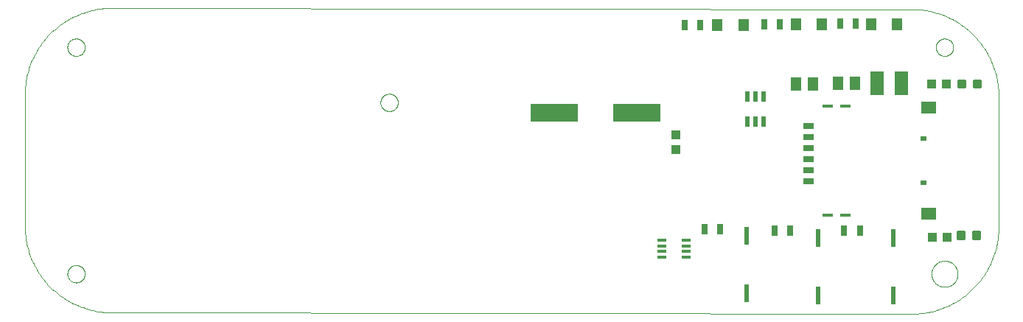
<source format=gtp>
G04 EAGLE Gerber RS-274X export*
G75*
%MOMM*%
%FSLAX34Y34*%
%LPD*%
%INSolder paste top*%
%IPPOS*%
%AMOC8*
5,1,8,0,0,1.08239X$1,22.5*%
G01*
%ADD10C,0.100000*%
%ADD11C,0.000000*%
%ADD12R,1.600000X2.700000*%
%ADD13R,1.300000X1.500000*%
%ADD14R,1.150000X0.650000*%
%ADD15R,1.300000X0.450000*%
%ADD16R,1.700000X1.400000*%
%ADD17R,0.800000X0.540000*%
%ADD18R,1.200000X1.400000*%
%ADD19R,0.800000X1.200000*%
%ADD20R,5.511800X2.006600*%
%ADD21R,1.000000X1.100000*%
%ADD22C,0.300000*%
%ADD23R,1.100000X1.000000*%
%ADD24R,0.977900X0.431800*%
%ADD25R,0.558800X1.181100*%
%ADD26R,0.558800X2.108200*%


D10*
X0Y100000D02*
X29Y97584D01*
X117Y95169D01*
X263Y92757D01*
X467Y90349D01*
X729Y87946D01*
X1049Y85551D01*
X1427Y83164D01*
X1863Y80787D01*
X2356Y78422D01*
X2906Y76068D01*
X3512Y73729D01*
X4175Y71405D01*
X4894Y69098D01*
X5669Y66809D01*
X6498Y64540D01*
X7383Y62291D01*
X8321Y60064D01*
X9313Y57860D01*
X10357Y55681D01*
X11454Y53528D01*
X12603Y51402D01*
X13803Y49304D01*
X15053Y47236D01*
X16353Y45199D01*
X17702Y43194D01*
X19098Y41221D01*
X20542Y39284D01*
X22033Y37381D01*
X23568Y35516D01*
X25149Y33688D01*
X26773Y31898D01*
X28440Y30149D01*
X30149Y28440D01*
X31898Y26773D01*
X33688Y25149D01*
X35516Y23568D01*
X37381Y22033D01*
X39284Y20542D01*
X41221Y19098D01*
X43194Y17702D01*
X45199Y16353D01*
X47236Y15053D01*
X49304Y13803D01*
X51402Y12603D01*
X53528Y11454D01*
X55681Y10357D01*
X57860Y9313D01*
X60064Y8321D01*
X62291Y7383D01*
X64540Y6498D01*
X66809Y5669D01*
X69098Y4894D01*
X71405Y4175D01*
X73729Y3512D01*
X76068Y2906D01*
X78422Y2356D01*
X80787Y1863D01*
X83164Y1427D01*
X85551Y1049D01*
X87946Y729D01*
X90349Y467D01*
X92757Y263D01*
X95169Y117D01*
X97584Y29D01*
X100000Y0D01*
X1118706Y98476D02*
X1118706Y248476D01*
X100000Y350000D02*
X97584Y349971D01*
X95169Y349883D01*
X92757Y349737D01*
X90349Y349533D01*
X87946Y349271D01*
X85551Y348951D01*
X83164Y348573D01*
X80787Y348137D01*
X78422Y347644D01*
X76068Y347094D01*
X73729Y346488D01*
X71405Y345825D01*
X69098Y345106D01*
X66809Y344331D01*
X64540Y343502D01*
X62291Y342617D01*
X60064Y341679D01*
X57860Y340687D01*
X55681Y339643D01*
X53528Y338546D01*
X51402Y337397D01*
X49304Y336197D01*
X47236Y334947D01*
X45199Y333647D01*
X43194Y332298D01*
X41221Y330902D01*
X39284Y329458D01*
X37381Y327967D01*
X35516Y326432D01*
X33688Y324851D01*
X31898Y323227D01*
X30149Y321560D01*
X28440Y319851D01*
X26773Y318102D01*
X25149Y316312D01*
X23568Y314484D01*
X22033Y312619D01*
X20542Y310716D01*
X19098Y308779D01*
X17702Y306806D01*
X16353Y304801D01*
X15053Y302764D01*
X13803Y300696D01*
X12603Y298598D01*
X11454Y296472D01*
X10357Y294319D01*
X9313Y292140D01*
X8321Y289936D01*
X7383Y287709D01*
X6498Y285460D01*
X5669Y283191D01*
X4894Y280902D01*
X4175Y278595D01*
X3512Y276271D01*
X2906Y273932D01*
X2356Y271578D01*
X1863Y269213D01*
X1427Y266836D01*
X1049Y264449D01*
X729Y262054D01*
X467Y259651D01*
X263Y257243D01*
X117Y254831D01*
X29Y252416D01*
X0Y250000D01*
X0Y100000D01*
X100000Y0D02*
X1018706Y-1524D01*
X1018706Y348476D02*
X100000Y350000D01*
X1018706Y348476D02*
X1021122Y348447D01*
X1023537Y348359D01*
X1025949Y348213D01*
X1028357Y348009D01*
X1030760Y347747D01*
X1033155Y347427D01*
X1035542Y347049D01*
X1037919Y346613D01*
X1040284Y346120D01*
X1042638Y345570D01*
X1044977Y344964D01*
X1047301Y344301D01*
X1049608Y343582D01*
X1051897Y342807D01*
X1054166Y341978D01*
X1056415Y341093D01*
X1058642Y340155D01*
X1060846Y339163D01*
X1063025Y338119D01*
X1065178Y337022D01*
X1067304Y335873D01*
X1069402Y334673D01*
X1071470Y333423D01*
X1073507Y332123D01*
X1075512Y330774D01*
X1077485Y329378D01*
X1079422Y327934D01*
X1081325Y326443D01*
X1083190Y324908D01*
X1085018Y323327D01*
X1086808Y321703D01*
X1088557Y320036D01*
X1090266Y318327D01*
X1091933Y316578D01*
X1093557Y314788D01*
X1095138Y312960D01*
X1096673Y311095D01*
X1098164Y309192D01*
X1099608Y307255D01*
X1101004Y305282D01*
X1102353Y303277D01*
X1103653Y301240D01*
X1104903Y299172D01*
X1106103Y297074D01*
X1107252Y294948D01*
X1108349Y292795D01*
X1109393Y290616D01*
X1110385Y288412D01*
X1111323Y286185D01*
X1112208Y283936D01*
X1113037Y281667D01*
X1113812Y279378D01*
X1114531Y277071D01*
X1115194Y274747D01*
X1115800Y272408D01*
X1116350Y270054D01*
X1116843Y267689D01*
X1117279Y265312D01*
X1117657Y262925D01*
X1117977Y260530D01*
X1118239Y258127D01*
X1118443Y255719D01*
X1118589Y253307D01*
X1118677Y250892D01*
X1118706Y248476D01*
X100000Y350000D02*
X97584Y349971D01*
X95169Y349883D01*
X92757Y349737D01*
X90349Y349533D01*
X87946Y349271D01*
X85551Y348951D01*
X83164Y348573D01*
X80787Y348137D01*
X78422Y347644D01*
X76068Y347094D01*
X73729Y346488D01*
X71405Y345825D01*
X69098Y345106D01*
X66809Y344331D01*
X64540Y343502D01*
X62291Y342617D01*
X60064Y341679D01*
X57860Y340687D01*
X55681Y339643D01*
X53528Y338546D01*
X51402Y337397D01*
X49304Y336197D01*
X47236Y334947D01*
X45199Y333647D01*
X43194Y332298D01*
X41221Y330902D01*
X39284Y329458D01*
X37381Y327967D01*
X35516Y326432D01*
X33688Y324851D01*
X31898Y323227D01*
X30149Y321560D01*
X28440Y319851D01*
X26773Y318102D01*
X25149Y316312D01*
X23568Y314484D01*
X22033Y312619D01*
X20542Y310716D01*
X19098Y308779D01*
X17702Y306806D01*
X16353Y304801D01*
X15053Y302764D01*
X13803Y300696D01*
X12603Y298598D01*
X11454Y296472D01*
X10357Y294319D01*
X9313Y292140D01*
X8321Y289936D01*
X7383Y287709D01*
X6498Y285460D01*
X5669Y283191D01*
X4894Y280902D01*
X4175Y278595D01*
X3512Y276271D01*
X2906Y273932D01*
X2356Y271578D01*
X1863Y269213D01*
X1427Y266836D01*
X1049Y264449D01*
X729Y262054D01*
X467Y259651D01*
X263Y257243D01*
X117Y254831D01*
X29Y252416D01*
X0Y250000D01*
X1018706Y-1524D02*
X1021122Y-1495D01*
X1023537Y-1407D01*
X1025949Y-1261D01*
X1028357Y-1057D01*
X1030760Y-795D01*
X1033155Y-475D01*
X1035542Y-97D01*
X1037919Y339D01*
X1040284Y832D01*
X1042638Y1382D01*
X1044977Y1988D01*
X1047301Y2651D01*
X1049608Y3370D01*
X1051897Y4145D01*
X1054166Y4974D01*
X1056415Y5859D01*
X1058642Y6797D01*
X1060846Y7789D01*
X1063025Y8833D01*
X1065178Y9930D01*
X1067304Y11079D01*
X1069402Y12279D01*
X1071470Y13529D01*
X1073507Y14829D01*
X1075512Y16178D01*
X1077485Y17574D01*
X1079422Y19018D01*
X1081325Y20509D01*
X1083190Y22044D01*
X1085018Y23625D01*
X1086808Y25249D01*
X1088557Y26916D01*
X1090266Y28625D01*
X1091933Y30374D01*
X1093557Y32164D01*
X1095138Y33992D01*
X1096673Y35857D01*
X1098164Y37760D01*
X1099608Y39697D01*
X1101004Y41670D01*
X1102353Y43675D01*
X1103653Y45712D01*
X1104903Y47780D01*
X1106103Y49878D01*
X1107252Y52004D01*
X1108349Y54157D01*
X1109393Y56336D01*
X1110385Y58540D01*
X1111323Y60767D01*
X1112208Y63016D01*
X1113037Y65285D01*
X1113812Y67574D01*
X1114531Y69881D01*
X1115194Y72205D01*
X1115800Y74544D01*
X1116350Y76898D01*
X1116843Y79263D01*
X1117279Y81640D01*
X1117657Y84027D01*
X1117977Y86422D01*
X1118239Y88825D01*
X1118443Y91233D01*
X1118589Y93645D01*
X1118677Y96060D01*
X1118706Y98476D01*
D11*
X1041640Y44450D02*
X1041645Y44818D01*
X1041658Y45186D01*
X1041681Y45553D01*
X1041712Y45920D01*
X1041753Y46286D01*
X1041802Y46651D01*
X1041861Y47014D01*
X1041928Y47376D01*
X1042004Y47737D01*
X1042090Y48095D01*
X1042183Y48451D01*
X1042286Y48804D01*
X1042397Y49155D01*
X1042517Y49503D01*
X1042645Y49848D01*
X1042782Y50190D01*
X1042927Y50529D01*
X1043080Y50863D01*
X1043242Y51194D01*
X1043411Y51521D01*
X1043589Y51843D01*
X1043774Y52162D01*
X1043967Y52475D01*
X1044168Y52784D01*
X1044376Y53087D01*
X1044592Y53385D01*
X1044815Y53678D01*
X1045045Y53966D01*
X1045282Y54248D01*
X1045526Y54523D01*
X1045776Y54793D01*
X1046033Y55057D01*
X1046297Y55314D01*
X1046567Y55564D01*
X1046842Y55808D01*
X1047124Y56045D01*
X1047412Y56275D01*
X1047705Y56498D01*
X1048003Y56714D01*
X1048306Y56922D01*
X1048615Y57123D01*
X1048928Y57316D01*
X1049247Y57501D01*
X1049569Y57679D01*
X1049896Y57848D01*
X1050227Y58010D01*
X1050561Y58163D01*
X1050900Y58308D01*
X1051242Y58445D01*
X1051587Y58573D01*
X1051935Y58693D01*
X1052286Y58804D01*
X1052639Y58907D01*
X1052995Y59000D01*
X1053353Y59086D01*
X1053714Y59162D01*
X1054076Y59229D01*
X1054439Y59288D01*
X1054804Y59337D01*
X1055170Y59378D01*
X1055537Y59409D01*
X1055904Y59432D01*
X1056272Y59445D01*
X1056640Y59450D01*
X1057008Y59445D01*
X1057376Y59432D01*
X1057743Y59409D01*
X1058110Y59378D01*
X1058476Y59337D01*
X1058841Y59288D01*
X1059204Y59229D01*
X1059566Y59162D01*
X1059927Y59086D01*
X1060285Y59000D01*
X1060641Y58907D01*
X1060994Y58804D01*
X1061345Y58693D01*
X1061693Y58573D01*
X1062038Y58445D01*
X1062380Y58308D01*
X1062719Y58163D01*
X1063053Y58010D01*
X1063384Y57848D01*
X1063711Y57679D01*
X1064033Y57501D01*
X1064352Y57316D01*
X1064665Y57123D01*
X1064974Y56922D01*
X1065277Y56714D01*
X1065575Y56498D01*
X1065868Y56275D01*
X1066156Y56045D01*
X1066438Y55808D01*
X1066713Y55564D01*
X1066983Y55314D01*
X1067247Y55057D01*
X1067504Y54793D01*
X1067754Y54523D01*
X1067998Y54248D01*
X1068235Y53966D01*
X1068465Y53678D01*
X1068688Y53385D01*
X1068904Y53087D01*
X1069112Y52784D01*
X1069313Y52475D01*
X1069506Y52162D01*
X1069691Y51843D01*
X1069869Y51521D01*
X1070038Y51194D01*
X1070200Y50863D01*
X1070353Y50529D01*
X1070498Y50190D01*
X1070635Y49848D01*
X1070763Y49503D01*
X1070883Y49155D01*
X1070994Y48804D01*
X1071097Y48451D01*
X1071190Y48095D01*
X1071276Y47737D01*
X1071352Y47376D01*
X1071419Y47014D01*
X1071478Y46651D01*
X1071527Y46286D01*
X1071568Y45920D01*
X1071599Y45553D01*
X1071622Y45186D01*
X1071635Y44818D01*
X1071640Y44450D01*
X1071635Y44082D01*
X1071622Y43714D01*
X1071599Y43347D01*
X1071568Y42980D01*
X1071527Y42614D01*
X1071478Y42249D01*
X1071419Y41886D01*
X1071352Y41524D01*
X1071276Y41163D01*
X1071190Y40805D01*
X1071097Y40449D01*
X1070994Y40096D01*
X1070883Y39745D01*
X1070763Y39397D01*
X1070635Y39052D01*
X1070498Y38710D01*
X1070353Y38371D01*
X1070200Y38037D01*
X1070038Y37706D01*
X1069869Y37379D01*
X1069691Y37057D01*
X1069506Y36738D01*
X1069313Y36425D01*
X1069112Y36116D01*
X1068904Y35813D01*
X1068688Y35515D01*
X1068465Y35222D01*
X1068235Y34934D01*
X1067998Y34652D01*
X1067754Y34377D01*
X1067504Y34107D01*
X1067247Y33843D01*
X1066983Y33586D01*
X1066713Y33336D01*
X1066438Y33092D01*
X1066156Y32855D01*
X1065868Y32625D01*
X1065575Y32402D01*
X1065277Y32186D01*
X1064974Y31978D01*
X1064665Y31777D01*
X1064352Y31584D01*
X1064033Y31399D01*
X1063711Y31221D01*
X1063384Y31052D01*
X1063053Y30890D01*
X1062719Y30737D01*
X1062380Y30592D01*
X1062038Y30455D01*
X1061693Y30327D01*
X1061345Y30207D01*
X1060994Y30096D01*
X1060641Y29993D01*
X1060285Y29900D01*
X1059927Y29814D01*
X1059566Y29738D01*
X1059204Y29671D01*
X1058841Y29612D01*
X1058476Y29563D01*
X1058110Y29522D01*
X1057743Y29491D01*
X1057376Y29468D01*
X1057008Y29455D01*
X1056640Y29450D01*
X1056272Y29455D01*
X1055904Y29468D01*
X1055537Y29491D01*
X1055170Y29522D01*
X1054804Y29563D01*
X1054439Y29612D01*
X1054076Y29671D01*
X1053714Y29738D01*
X1053353Y29814D01*
X1052995Y29900D01*
X1052639Y29993D01*
X1052286Y30096D01*
X1051935Y30207D01*
X1051587Y30327D01*
X1051242Y30455D01*
X1050900Y30592D01*
X1050561Y30737D01*
X1050227Y30890D01*
X1049896Y31052D01*
X1049569Y31221D01*
X1049247Y31399D01*
X1048928Y31584D01*
X1048615Y31777D01*
X1048306Y31978D01*
X1048003Y32186D01*
X1047705Y32402D01*
X1047412Y32625D01*
X1047124Y32855D01*
X1046842Y33092D01*
X1046567Y33336D01*
X1046297Y33586D01*
X1046033Y33843D01*
X1045776Y34107D01*
X1045526Y34377D01*
X1045282Y34652D01*
X1045045Y34934D01*
X1044815Y35222D01*
X1044592Y35515D01*
X1044376Y35813D01*
X1044168Y36116D01*
X1043967Y36425D01*
X1043774Y36738D01*
X1043589Y37057D01*
X1043411Y37379D01*
X1043242Y37706D01*
X1043080Y38037D01*
X1042927Y38371D01*
X1042782Y38710D01*
X1042645Y39052D01*
X1042517Y39397D01*
X1042397Y39745D01*
X1042286Y40096D01*
X1042183Y40449D01*
X1042090Y40805D01*
X1042004Y41163D01*
X1041928Y41524D01*
X1041861Y41886D01*
X1041802Y42249D01*
X1041753Y42614D01*
X1041712Y42980D01*
X1041681Y43347D01*
X1041658Y43714D01*
X1041645Y44082D01*
X1041640Y44450D01*
X1046640Y304800D02*
X1046643Y305045D01*
X1046652Y305291D01*
X1046667Y305536D01*
X1046688Y305780D01*
X1046715Y306024D01*
X1046748Y306267D01*
X1046787Y306510D01*
X1046832Y306751D01*
X1046883Y306991D01*
X1046940Y307230D01*
X1047002Y307467D01*
X1047071Y307703D01*
X1047145Y307937D01*
X1047225Y308169D01*
X1047310Y308399D01*
X1047401Y308627D01*
X1047498Y308852D01*
X1047600Y309076D01*
X1047708Y309296D01*
X1047821Y309514D01*
X1047939Y309729D01*
X1048063Y309941D01*
X1048191Y310150D01*
X1048325Y310356D01*
X1048464Y310558D01*
X1048608Y310757D01*
X1048757Y310952D01*
X1048910Y311144D01*
X1049068Y311332D01*
X1049230Y311516D01*
X1049398Y311695D01*
X1049569Y311871D01*
X1049745Y312042D01*
X1049924Y312210D01*
X1050108Y312372D01*
X1050296Y312530D01*
X1050488Y312683D01*
X1050683Y312832D01*
X1050882Y312976D01*
X1051084Y313115D01*
X1051290Y313249D01*
X1051499Y313377D01*
X1051711Y313501D01*
X1051926Y313619D01*
X1052144Y313732D01*
X1052364Y313840D01*
X1052588Y313942D01*
X1052813Y314039D01*
X1053041Y314130D01*
X1053271Y314215D01*
X1053503Y314295D01*
X1053737Y314369D01*
X1053973Y314438D01*
X1054210Y314500D01*
X1054449Y314557D01*
X1054689Y314608D01*
X1054930Y314653D01*
X1055173Y314692D01*
X1055416Y314725D01*
X1055660Y314752D01*
X1055904Y314773D01*
X1056149Y314788D01*
X1056395Y314797D01*
X1056640Y314800D01*
X1056885Y314797D01*
X1057131Y314788D01*
X1057376Y314773D01*
X1057620Y314752D01*
X1057864Y314725D01*
X1058107Y314692D01*
X1058350Y314653D01*
X1058591Y314608D01*
X1058831Y314557D01*
X1059070Y314500D01*
X1059307Y314438D01*
X1059543Y314369D01*
X1059777Y314295D01*
X1060009Y314215D01*
X1060239Y314130D01*
X1060467Y314039D01*
X1060692Y313942D01*
X1060916Y313840D01*
X1061136Y313732D01*
X1061354Y313619D01*
X1061569Y313501D01*
X1061781Y313377D01*
X1061990Y313249D01*
X1062196Y313115D01*
X1062398Y312976D01*
X1062597Y312832D01*
X1062792Y312683D01*
X1062984Y312530D01*
X1063172Y312372D01*
X1063356Y312210D01*
X1063535Y312042D01*
X1063711Y311871D01*
X1063882Y311695D01*
X1064050Y311516D01*
X1064212Y311332D01*
X1064370Y311144D01*
X1064523Y310952D01*
X1064672Y310757D01*
X1064816Y310558D01*
X1064955Y310356D01*
X1065089Y310150D01*
X1065217Y309941D01*
X1065341Y309729D01*
X1065459Y309514D01*
X1065572Y309296D01*
X1065680Y309076D01*
X1065782Y308852D01*
X1065879Y308627D01*
X1065970Y308399D01*
X1066055Y308169D01*
X1066135Y307937D01*
X1066209Y307703D01*
X1066278Y307467D01*
X1066340Y307230D01*
X1066397Y306991D01*
X1066448Y306751D01*
X1066493Y306510D01*
X1066532Y306267D01*
X1066565Y306024D01*
X1066592Y305780D01*
X1066613Y305536D01*
X1066628Y305291D01*
X1066637Y305045D01*
X1066640Y304800D01*
X1066637Y304555D01*
X1066628Y304309D01*
X1066613Y304064D01*
X1066592Y303820D01*
X1066565Y303576D01*
X1066532Y303333D01*
X1066493Y303090D01*
X1066448Y302849D01*
X1066397Y302609D01*
X1066340Y302370D01*
X1066278Y302133D01*
X1066209Y301897D01*
X1066135Y301663D01*
X1066055Y301431D01*
X1065970Y301201D01*
X1065879Y300973D01*
X1065782Y300748D01*
X1065680Y300524D01*
X1065572Y300304D01*
X1065459Y300086D01*
X1065341Y299871D01*
X1065217Y299659D01*
X1065089Y299450D01*
X1064955Y299244D01*
X1064816Y299042D01*
X1064672Y298843D01*
X1064523Y298648D01*
X1064370Y298456D01*
X1064212Y298268D01*
X1064050Y298084D01*
X1063882Y297905D01*
X1063711Y297729D01*
X1063535Y297558D01*
X1063356Y297390D01*
X1063172Y297228D01*
X1062984Y297070D01*
X1062792Y296917D01*
X1062597Y296768D01*
X1062398Y296624D01*
X1062196Y296485D01*
X1061990Y296351D01*
X1061781Y296223D01*
X1061569Y296099D01*
X1061354Y295981D01*
X1061136Y295868D01*
X1060916Y295760D01*
X1060692Y295658D01*
X1060467Y295561D01*
X1060239Y295470D01*
X1060009Y295385D01*
X1059777Y295305D01*
X1059543Y295231D01*
X1059307Y295162D01*
X1059070Y295100D01*
X1058831Y295043D01*
X1058591Y294992D01*
X1058350Y294947D01*
X1058107Y294908D01*
X1057864Y294875D01*
X1057620Y294848D01*
X1057376Y294827D01*
X1057131Y294812D01*
X1056885Y294803D01*
X1056640Y294800D01*
X1056395Y294803D01*
X1056149Y294812D01*
X1055904Y294827D01*
X1055660Y294848D01*
X1055416Y294875D01*
X1055173Y294908D01*
X1054930Y294947D01*
X1054689Y294992D01*
X1054449Y295043D01*
X1054210Y295100D01*
X1053973Y295162D01*
X1053737Y295231D01*
X1053503Y295305D01*
X1053271Y295385D01*
X1053041Y295470D01*
X1052813Y295561D01*
X1052588Y295658D01*
X1052364Y295760D01*
X1052144Y295868D01*
X1051926Y295981D01*
X1051711Y296099D01*
X1051499Y296223D01*
X1051290Y296351D01*
X1051084Y296485D01*
X1050882Y296624D01*
X1050683Y296768D01*
X1050488Y296917D01*
X1050296Y297070D01*
X1050108Y297228D01*
X1049924Y297390D01*
X1049745Y297558D01*
X1049569Y297729D01*
X1049398Y297905D01*
X1049230Y298084D01*
X1049068Y298268D01*
X1048910Y298456D01*
X1048757Y298648D01*
X1048608Y298843D01*
X1048464Y299042D01*
X1048325Y299244D01*
X1048191Y299450D01*
X1048063Y299659D01*
X1047939Y299871D01*
X1047821Y300086D01*
X1047708Y300304D01*
X1047600Y300524D01*
X1047498Y300748D01*
X1047401Y300973D01*
X1047310Y301201D01*
X1047225Y301431D01*
X1047145Y301663D01*
X1047071Y301897D01*
X1047002Y302133D01*
X1046940Y302370D01*
X1046883Y302609D01*
X1046832Y302849D01*
X1046787Y303090D01*
X1046748Y303333D01*
X1046715Y303576D01*
X1046688Y303820D01*
X1046667Y304064D01*
X1046652Y304309D01*
X1046643Y304555D01*
X1046640Y304800D01*
X48928Y304800D02*
X48931Y305045D01*
X48940Y305291D01*
X48955Y305536D01*
X48976Y305780D01*
X49003Y306024D01*
X49036Y306267D01*
X49075Y306510D01*
X49120Y306751D01*
X49171Y306991D01*
X49228Y307230D01*
X49290Y307467D01*
X49359Y307703D01*
X49433Y307937D01*
X49513Y308169D01*
X49598Y308399D01*
X49689Y308627D01*
X49786Y308852D01*
X49888Y309076D01*
X49996Y309296D01*
X50109Y309514D01*
X50227Y309729D01*
X50351Y309941D01*
X50479Y310150D01*
X50613Y310356D01*
X50752Y310558D01*
X50896Y310757D01*
X51045Y310952D01*
X51198Y311144D01*
X51356Y311332D01*
X51518Y311516D01*
X51686Y311695D01*
X51857Y311871D01*
X52033Y312042D01*
X52212Y312210D01*
X52396Y312372D01*
X52584Y312530D01*
X52776Y312683D01*
X52971Y312832D01*
X53170Y312976D01*
X53372Y313115D01*
X53578Y313249D01*
X53787Y313377D01*
X53999Y313501D01*
X54214Y313619D01*
X54432Y313732D01*
X54652Y313840D01*
X54876Y313942D01*
X55101Y314039D01*
X55329Y314130D01*
X55559Y314215D01*
X55791Y314295D01*
X56025Y314369D01*
X56261Y314438D01*
X56498Y314500D01*
X56737Y314557D01*
X56977Y314608D01*
X57218Y314653D01*
X57461Y314692D01*
X57704Y314725D01*
X57948Y314752D01*
X58192Y314773D01*
X58437Y314788D01*
X58683Y314797D01*
X58928Y314800D01*
X59173Y314797D01*
X59419Y314788D01*
X59664Y314773D01*
X59908Y314752D01*
X60152Y314725D01*
X60395Y314692D01*
X60638Y314653D01*
X60879Y314608D01*
X61119Y314557D01*
X61358Y314500D01*
X61595Y314438D01*
X61831Y314369D01*
X62065Y314295D01*
X62297Y314215D01*
X62527Y314130D01*
X62755Y314039D01*
X62980Y313942D01*
X63204Y313840D01*
X63424Y313732D01*
X63642Y313619D01*
X63857Y313501D01*
X64069Y313377D01*
X64278Y313249D01*
X64484Y313115D01*
X64686Y312976D01*
X64885Y312832D01*
X65080Y312683D01*
X65272Y312530D01*
X65460Y312372D01*
X65644Y312210D01*
X65823Y312042D01*
X65999Y311871D01*
X66170Y311695D01*
X66338Y311516D01*
X66500Y311332D01*
X66658Y311144D01*
X66811Y310952D01*
X66960Y310757D01*
X67104Y310558D01*
X67243Y310356D01*
X67377Y310150D01*
X67505Y309941D01*
X67629Y309729D01*
X67747Y309514D01*
X67860Y309296D01*
X67968Y309076D01*
X68070Y308852D01*
X68167Y308627D01*
X68258Y308399D01*
X68343Y308169D01*
X68423Y307937D01*
X68497Y307703D01*
X68566Y307467D01*
X68628Y307230D01*
X68685Y306991D01*
X68736Y306751D01*
X68781Y306510D01*
X68820Y306267D01*
X68853Y306024D01*
X68880Y305780D01*
X68901Y305536D01*
X68916Y305291D01*
X68925Y305045D01*
X68928Y304800D01*
X68925Y304555D01*
X68916Y304309D01*
X68901Y304064D01*
X68880Y303820D01*
X68853Y303576D01*
X68820Y303333D01*
X68781Y303090D01*
X68736Y302849D01*
X68685Y302609D01*
X68628Y302370D01*
X68566Y302133D01*
X68497Y301897D01*
X68423Y301663D01*
X68343Y301431D01*
X68258Y301201D01*
X68167Y300973D01*
X68070Y300748D01*
X67968Y300524D01*
X67860Y300304D01*
X67747Y300086D01*
X67629Y299871D01*
X67505Y299659D01*
X67377Y299450D01*
X67243Y299244D01*
X67104Y299042D01*
X66960Y298843D01*
X66811Y298648D01*
X66658Y298456D01*
X66500Y298268D01*
X66338Y298084D01*
X66170Y297905D01*
X65999Y297729D01*
X65823Y297558D01*
X65644Y297390D01*
X65460Y297228D01*
X65272Y297070D01*
X65080Y296917D01*
X64885Y296768D01*
X64686Y296624D01*
X64484Y296485D01*
X64278Y296351D01*
X64069Y296223D01*
X63857Y296099D01*
X63642Y295981D01*
X63424Y295868D01*
X63204Y295760D01*
X62980Y295658D01*
X62755Y295561D01*
X62527Y295470D01*
X62297Y295385D01*
X62065Y295305D01*
X61831Y295231D01*
X61595Y295162D01*
X61358Y295100D01*
X61119Y295043D01*
X60879Y294992D01*
X60638Y294947D01*
X60395Y294908D01*
X60152Y294875D01*
X59908Y294848D01*
X59664Y294827D01*
X59419Y294812D01*
X59173Y294803D01*
X58928Y294800D01*
X58683Y294803D01*
X58437Y294812D01*
X58192Y294827D01*
X57948Y294848D01*
X57704Y294875D01*
X57461Y294908D01*
X57218Y294947D01*
X56977Y294992D01*
X56737Y295043D01*
X56498Y295100D01*
X56261Y295162D01*
X56025Y295231D01*
X55791Y295305D01*
X55559Y295385D01*
X55329Y295470D01*
X55101Y295561D01*
X54876Y295658D01*
X54652Y295760D01*
X54432Y295868D01*
X54214Y295981D01*
X53999Y296099D01*
X53787Y296223D01*
X53578Y296351D01*
X53372Y296485D01*
X53170Y296624D01*
X52971Y296768D01*
X52776Y296917D01*
X52584Y297070D01*
X52396Y297228D01*
X52212Y297390D01*
X52033Y297558D01*
X51857Y297729D01*
X51686Y297905D01*
X51518Y298084D01*
X51356Y298268D01*
X51198Y298456D01*
X51045Y298648D01*
X50896Y298843D01*
X50752Y299042D01*
X50613Y299244D01*
X50479Y299450D01*
X50351Y299659D01*
X50227Y299871D01*
X50109Y300086D01*
X49996Y300304D01*
X49888Y300524D01*
X49786Y300748D01*
X49689Y300973D01*
X49598Y301201D01*
X49513Y301431D01*
X49433Y301663D01*
X49359Y301897D01*
X49290Y302133D01*
X49228Y302370D01*
X49171Y302609D01*
X49120Y302849D01*
X49075Y303090D01*
X49036Y303333D01*
X49003Y303576D01*
X48976Y303820D01*
X48955Y304064D01*
X48940Y304309D01*
X48931Y304555D01*
X48928Y304800D01*
X48928Y44450D02*
X48931Y44695D01*
X48940Y44941D01*
X48955Y45186D01*
X48976Y45430D01*
X49003Y45674D01*
X49036Y45917D01*
X49075Y46160D01*
X49120Y46401D01*
X49171Y46641D01*
X49228Y46880D01*
X49290Y47117D01*
X49359Y47353D01*
X49433Y47587D01*
X49513Y47819D01*
X49598Y48049D01*
X49689Y48277D01*
X49786Y48502D01*
X49888Y48726D01*
X49996Y48946D01*
X50109Y49164D01*
X50227Y49379D01*
X50351Y49591D01*
X50479Y49800D01*
X50613Y50006D01*
X50752Y50208D01*
X50896Y50407D01*
X51045Y50602D01*
X51198Y50794D01*
X51356Y50982D01*
X51518Y51166D01*
X51686Y51345D01*
X51857Y51521D01*
X52033Y51692D01*
X52212Y51860D01*
X52396Y52022D01*
X52584Y52180D01*
X52776Y52333D01*
X52971Y52482D01*
X53170Y52626D01*
X53372Y52765D01*
X53578Y52899D01*
X53787Y53027D01*
X53999Y53151D01*
X54214Y53269D01*
X54432Y53382D01*
X54652Y53490D01*
X54876Y53592D01*
X55101Y53689D01*
X55329Y53780D01*
X55559Y53865D01*
X55791Y53945D01*
X56025Y54019D01*
X56261Y54088D01*
X56498Y54150D01*
X56737Y54207D01*
X56977Y54258D01*
X57218Y54303D01*
X57461Y54342D01*
X57704Y54375D01*
X57948Y54402D01*
X58192Y54423D01*
X58437Y54438D01*
X58683Y54447D01*
X58928Y54450D01*
X59173Y54447D01*
X59419Y54438D01*
X59664Y54423D01*
X59908Y54402D01*
X60152Y54375D01*
X60395Y54342D01*
X60638Y54303D01*
X60879Y54258D01*
X61119Y54207D01*
X61358Y54150D01*
X61595Y54088D01*
X61831Y54019D01*
X62065Y53945D01*
X62297Y53865D01*
X62527Y53780D01*
X62755Y53689D01*
X62980Y53592D01*
X63204Y53490D01*
X63424Y53382D01*
X63642Y53269D01*
X63857Y53151D01*
X64069Y53027D01*
X64278Y52899D01*
X64484Y52765D01*
X64686Y52626D01*
X64885Y52482D01*
X65080Y52333D01*
X65272Y52180D01*
X65460Y52022D01*
X65644Y51860D01*
X65823Y51692D01*
X65999Y51521D01*
X66170Y51345D01*
X66338Y51166D01*
X66500Y50982D01*
X66658Y50794D01*
X66811Y50602D01*
X66960Y50407D01*
X67104Y50208D01*
X67243Y50006D01*
X67377Y49800D01*
X67505Y49591D01*
X67629Y49379D01*
X67747Y49164D01*
X67860Y48946D01*
X67968Y48726D01*
X68070Y48502D01*
X68167Y48277D01*
X68258Y48049D01*
X68343Y47819D01*
X68423Y47587D01*
X68497Y47353D01*
X68566Y47117D01*
X68628Y46880D01*
X68685Y46641D01*
X68736Y46401D01*
X68781Y46160D01*
X68820Y45917D01*
X68853Y45674D01*
X68880Y45430D01*
X68901Y45186D01*
X68916Y44941D01*
X68925Y44695D01*
X68928Y44450D01*
X68925Y44205D01*
X68916Y43959D01*
X68901Y43714D01*
X68880Y43470D01*
X68853Y43226D01*
X68820Y42983D01*
X68781Y42740D01*
X68736Y42499D01*
X68685Y42259D01*
X68628Y42020D01*
X68566Y41783D01*
X68497Y41547D01*
X68423Y41313D01*
X68343Y41081D01*
X68258Y40851D01*
X68167Y40623D01*
X68070Y40398D01*
X67968Y40174D01*
X67860Y39954D01*
X67747Y39736D01*
X67629Y39521D01*
X67505Y39309D01*
X67377Y39100D01*
X67243Y38894D01*
X67104Y38692D01*
X66960Y38493D01*
X66811Y38298D01*
X66658Y38106D01*
X66500Y37918D01*
X66338Y37734D01*
X66170Y37555D01*
X65999Y37379D01*
X65823Y37208D01*
X65644Y37040D01*
X65460Y36878D01*
X65272Y36720D01*
X65080Y36567D01*
X64885Y36418D01*
X64686Y36274D01*
X64484Y36135D01*
X64278Y36001D01*
X64069Y35873D01*
X63857Y35749D01*
X63642Y35631D01*
X63424Y35518D01*
X63204Y35410D01*
X62980Y35308D01*
X62755Y35211D01*
X62527Y35120D01*
X62297Y35035D01*
X62065Y34955D01*
X61831Y34881D01*
X61595Y34812D01*
X61358Y34750D01*
X61119Y34693D01*
X60879Y34642D01*
X60638Y34597D01*
X60395Y34558D01*
X60152Y34525D01*
X59908Y34498D01*
X59664Y34477D01*
X59419Y34462D01*
X59173Y34453D01*
X58928Y34450D01*
X58683Y34453D01*
X58437Y34462D01*
X58192Y34477D01*
X57948Y34498D01*
X57704Y34525D01*
X57461Y34558D01*
X57218Y34597D01*
X56977Y34642D01*
X56737Y34693D01*
X56498Y34750D01*
X56261Y34812D01*
X56025Y34881D01*
X55791Y34955D01*
X55559Y35035D01*
X55329Y35120D01*
X55101Y35211D01*
X54876Y35308D01*
X54652Y35410D01*
X54432Y35518D01*
X54214Y35631D01*
X53999Y35749D01*
X53787Y35873D01*
X53578Y36001D01*
X53372Y36135D01*
X53170Y36274D01*
X52971Y36418D01*
X52776Y36567D01*
X52584Y36720D01*
X52396Y36878D01*
X52212Y37040D01*
X52033Y37208D01*
X51857Y37379D01*
X51686Y37555D01*
X51518Y37734D01*
X51356Y37918D01*
X51198Y38106D01*
X51045Y38298D01*
X50896Y38493D01*
X50752Y38692D01*
X50613Y38894D01*
X50479Y39100D01*
X50351Y39309D01*
X50227Y39521D01*
X50109Y39736D01*
X49996Y39954D01*
X49888Y40174D01*
X49786Y40398D01*
X49689Y40623D01*
X49598Y40851D01*
X49513Y41081D01*
X49433Y41313D01*
X49359Y41547D01*
X49290Y41783D01*
X49228Y42020D01*
X49171Y42259D01*
X49120Y42499D01*
X49075Y42740D01*
X49036Y42983D01*
X49003Y43226D01*
X48976Y43470D01*
X48955Y43714D01*
X48940Y43959D01*
X48931Y44205D01*
X48928Y44450D01*
X408592Y241300D02*
X408595Y241545D01*
X408604Y241791D01*
X408619Y242036D01*
X408640Y242280D01*
X408667Y242524D01*
X408700Y242767D01*
X408739Y243010D01*
X408784Y243251D01*
X408835Y243491D01*
X408892Y243730D01*
X408954Y243967D01*
X409023Y244203D01*
X409097Y244437D01*
X409177Y244669D01*
X409262Y244899D01*
X409353Y245127D01*
X409450Y245352D01*
X409552Y245576D01*
X409660Y245796D01*
X409773Y246014D01*
X409891Y246229D01*
X410015Y246441D01*
X410143Y246650D01*
X410277Y246856D01*
X410416Y247058D01*
X410560Y247257D01*
X410709Y247452D01*
X410862Y247644D01*
X411020Y247832D01*
X411182Y248016D01*
X411350Y248195D01*
X411521Y248371D01*
X411697Y248542D01*
X411876Y248710D01*
X412060Y248872D01*
X412248Y249030D01*
X412440Y249183D01*
X412635Y249332D01*
X412834Y249476D01*
X413036Y249615D01*
X413242Y249749D01*
X413451Y249877D01*
X413663Y250001D01*
X413878Y250119D01*
X414096Y250232D01*
X414316Y250340D01*
X414540Y250442D01*
X414765Y250539D01*
X414993Y250630D01*
X415223Y250715D01*
X415455Y250795D01*
X415689Y250869D01*
X415925Y250938D01*
X416162Y251000D01*
X416401Y251057D01*
X416641Y251108D01*
X416882Y251153D01*
X417125Y251192D01*
X417368Y251225D01*
X417612Y251252D01*
X417856Y251273D01*
X418101Y251288D01*
X418347Y251297D01*
X418592Y251300D01*
X418837Y251297D01*
X419083Y251288D01*
X419328Y251273D01*
X419572Y251252D01*
X419816Y251225D01*
X420059Y251192D01*
X420302Y251153D01*
X420543Y251108D01*
X420783Y251057D01*
X421022Y251000D01*
X421259Y250938D01*
X421495Y250869D01*
X421729Y250795D01*
X421961Y250715D01*
X422191Y250630D01*
X422419Y250539D01*
X422644Y250442D01*
X422868Y250340D01*
X423088Y250232D01*
X423306Y250119D01*
X423521Y250001D01*
X423733Y249877D01*
X423942Y249749D01*
X424148Y249615D01*
X424350Y249476D01*
X424549Y249332D01*
X424744Y249183D01*
X424936Y249030D01*
X425124Y248872D01*
X425308Y248710D01*
X425487Y248542D01*
X425663Y248371D01*
X425834Y248195D01*
X426002Y248016D01*
X426164Y247832D01*
X426322Y247644D01*
X426475Y247452D01*
X426624Y247257D01*
X426768Y247058D01*
X426907Y246856D01*
X427041Y246650D01*
X427169Y246441D01*
X427293Y246229D01*
X427411Y246014D01*
X427524Y245796D01*
X427632Y245576D01*
X427734Y245352D01*
X427831Y245127D01*
X427922Y244899D01*
X428007Y244669D01*
X428087Y244437D01*
X428161Y244203D01*
X428230Y243967D01*
X428292Y243730D01*
X428349Y243491D01*
X428400Y243251D01*
X428445Y243010D01*
X428484Y242767D01*
X428517Y242524D01*
X428544Y242280D01*
X428565Y242036D01*
X428580Y241791D01*
X428589Y241545D01*
X428592Y241300D01*
X428589Y241055D01*
X428580Y240809D01*
X428565Y240564D01*
X428544Y240320D01*
X428517Y240076D01*
X428484Y239833D01*
X428445Y239590D01*
X428400Y239349D01*
X428349Y239109D01*
X428292Y238870D01*
X428230Y238633D01*
X428161Y238397D01*
X428087Y238163D01*
X428007Y237931D01*
X427922Y237701D01*
X427831Y237473D01*
X427734Y237248D01*
X427632Y237024D01*
X427524Y236804D01*
X427411Y236586D01*
X427293Y236371D01*
X427169Y236159D01*
X427041Y235950D01*
X426907Y235744D01*
X426768Y235542D01*
X426624Y235343D01*
X426475Y235148D01*
X426322Y234956D01*
X426164Y234768D01*
X426002Y234584D01*
X425834Y234405D01*
X425663Y234229D01*
X425487Y234058D01*
X425308Y233890D01*
X425124Y233728D01*
X424936Y233570D01*
X424744Y233417D01*
X424549Y233268D01*
X424350Y233124D01*
X424148Y232985D01*
X423942Y232851D01*
X423733Y232723D01*
X423521Y232599D01*
X423306Y232481D01*
X423088Y232368D01*
X422868Y232260D01*
X422644Y232158D01*
X422419Y232061D01*
X422191Y231970D01*
X421961Y231885D01*
X421729Y231805D01*
X421495Y231731D01*
X421259Y231662D01*
X421022Y231600D01*
X420783Y231543D01*
X420543Y231492D01*
X420302Y231447D01*
X420059Y231408D01*
X419816Y231375D01*
X419572Y231348D01*
X419328Y231327D01*
X419083Y231312D01*
X418837Y231303D01*
X418592Y231300D01*
X418347Y231303D01*
X418101Y231312D01*
X417856Y231327D01*
X417612Y231348D01*
X417368Y231375D01*
X417125Y231408D01*
X416882Y231447D01*
X416641Y231492D01*
X416401Y231543D01*
X416162Y231600D01*
X415925Y231662D01*
X415689Y231731D01*
X415455Y231805D01*
X415223Y231885D01*
X414993Y231970D01*
X414765Y232061D01*
X414540Y232158D01*
X414316Y232260D01*
X414096Y232368D01*
X413878Y232481D01*
X413663Y232599D01*
X413451Y232723D01*
X413242Y232851D01*
X413036Y232985D01*
X412834Y233124D01*
X412635Y233268D01*
X412440Y233417D01*
X412248Y233570D01*
X412060Y233728D01*
X411876Y233890D01*
X411697Y234058D01*
X411521Y234229D01*
X411350Y234405D01*
X411182Y234584D01*
X411020Y234768D01*
X410862Y234956D01*
X410709Y235148D01*
X410560Y235343D01*
X410416Y235542D01*
X410277Y235744D01*
X410143Y235950D01*
X410015Y236159D01*
X409891Y236371D01*
X409773Y236586D01*
X409660Y236804D01*
X409552Y237024D01*
X409450Y237248D01*
X409353Y237473D01*
X409262Y237701D01*
X409177Y237931D01*
X409097Y238163D01*
X409023Y238397D01*
X408954Y238633D01*
X408892Y238870D01*
X408835Y239109D01*
X408784Y239349D01*
X408739Y239590D01*
X408700Y239833D01*
X408667Y240076D01*
X408640Y240320D01*
X408619Y240564D01*
X408604Y240809D01*
X408595Y241055D01*
X408592Y241300D01*
D12*
X979072Y263278D03*
X1007072Y263278D03*
D13*
X953216Y263464D03*
X934216Y263464D03*
D14*
X900700Y201950D03*
X900700Y176550D03*
X900700Y151150D03*
X900700Y214650D03*
X900700Y189250D03*
X900700Y163850D03*
D15*
X922400Y237100D03*
X942400Y237100D03*
D16*
X1038000Y235450D03*
X1038000Y113350D03*
D15*
X942400Y111700D03*
X922400Y111700D03*
D17*
X1032200Y149000D03*
X1032200Y199800D03*
D18*
X971852Y331054D03*
X1001852Y331054D03*
X885602Y331270D03*
X915602Y331270D03*
X795602Y330470D03*
X825602Y330470D03*
D19*
X776252Y330470D03*
X758252Y330470D03*
X867152Y331570D03*
X849152Y331570D03*
X954652Y332170D03*
X936652Y332170D03*
X780730Y95594D03*
X798730Y95594D03*
D13*
X886104Y262890D03*
X905104Y262890D03*
D19*
X861420Y93830D03*
X879420Y93830D03*
X941232Y93736D03*
X959232Y93736D03*
D20*
X703084Y229806D03*
X608088Y229806D03*
D21*
X747516Y203878D03*
X747516Y186878D03*
D22*
X1090612Y259390D02*
X1090612Y266390D01*
X1097612Y266390D01*
X1097612Y259390D01*
X1090612Y259390D01*
X1090612Y262240D02*
X1097612Y262240D01*
X1097612Y265090D02*
X1090612Y265090D01*
X1073072Y266390D02*
X1073072Y259390D01*
X1073072Y266390D02*
X1080072Y266390D01*
X1080072Y259390D01*
X1073072Y259390D01*
X1073072Y262240D02*
X1080072Y262240D01*
X1080072Y265090D02*
X1073072Y265090D01*
D23*
X1058282Y262636D03*
X1041282Y262636D03*
D24*
X759397Y63656D03*
X759397Y70156D03*
X759397Y76656D03*
X759397Y83156D03*
X732092Y83156D03*
X732092Y76656D03*
X732092Y70156D03*
X732092Y63656D03*
D22*
X1089850Y85146D02*
X1089850Y92146D01*
X1096850Y92146D01*
X1096850Y85146D01*
X1089850Y85146D01*
X1089850Y87996D02*
X1096850Y87996D01*
X1096850Y90846D02*
X1089850Y90846D01*
X1072310Y92146D02*
X1072310Y85146D01*
X1072310Y92146D02*
X1079310Y92146D01*
X1079310Y85146D01*
X1072310Y85146D01*
X1072310Y87996D02*
X1079310Y87996D01*
X1079310Y90846D02*
X1072310Y90846D01*
D23*
X1059298Y86614D03*
X1042298Y86614D03*
D25*
X829970Y219266D03*
X839470Y219266D03*
X848970Y219266D03*
X848970Y248603D03*
X839470Y248603D03*
X829970Y248603D03*
D26*
X828802Y22365D03*
X828802Y88379D03*
X911352Y19571D03*
X911352Y85585D03*
X997712Y19571D03*
X997712Y85585D03*
M02*

</source>
